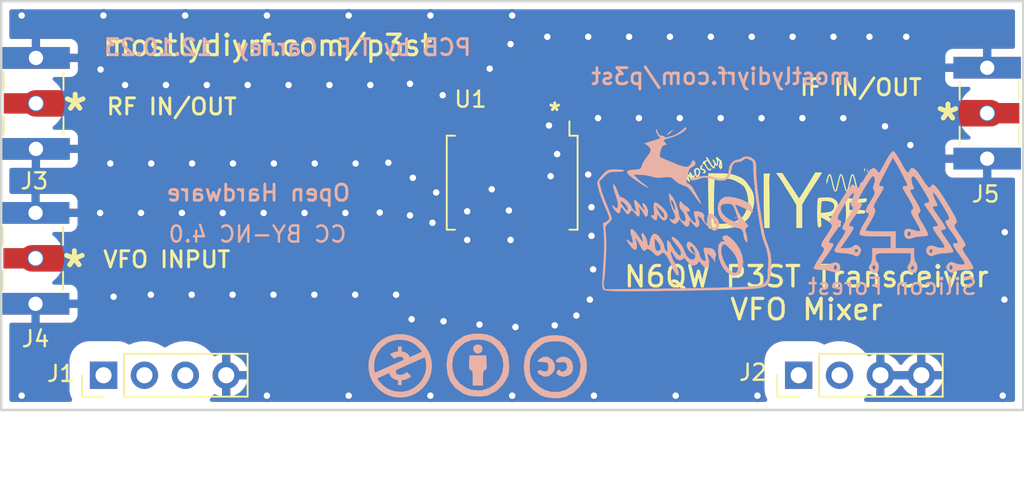
<source format=kicad_pcb>
(kicad_pcb (version 20221018) (generator pcbnew)
  (layers (0 "F.Cu" signal) (31 "B.Cu" signal) (34 "B.Paste" user) (35 "F.Paste" user) (36 "B.SilkS" user "B.Silkscreen") (37 "F.SilkS" user "F.Silkscreen") (38 "B.Mask" user) (39 "F.Mask" user) (44 "Edge.Cuts" user))
  (net 0 "")
  (net 3 "GND")
  (net 7 "Net-(J3-Pad1)")
  (net 8 "Net-(J4-Pad1)")
  (net 9 "Net-(J5-Pad1)")
  (footprint "K7TFC:SMA_EdgeMount_0.062_Samtec_wHoles" (layer "F.Cu") (at 117.9322 75.438 -90)
    (fp_text reference "J4" (at 5.0038 0 180) (layer "F.SilkS"))
    (fp_text value "Conn_01x02" hide)
    (pad "1" thru_hole circle (at 0 0 270) (size 1.016 1.016) (drill 0.889) (layers "F&B.Cu" "*.Mask") (net 8 "Net-(J4-Pad1)"))
    (pad "1" smd rect (at 0 0.2 270) (size 1.27 3.6) (layers "F.Cu" "F.Paste" "F.Mask") (net 8 "Net-(J4-Pad1)"))
    (pad "2" thru_hole circle (at -2.825 0 270) (size 1.016 1.016) (drill 0.889) (layers "F&B.Cu" "*.Mask") (net 3 "GND"))
    (pad "2" smd rect (at -2.825 0 270) (size 1.35 4.2) (layers "F.Cu" "F.Paste" "F.Mask") (net 3 "GND"))
    (pad "2" smd rect (at -2.825 0 270) (size 1.35 4.2) (layers "B.Cu" "B.Paste" "B.Mask") (net 3 "GND"))
    (pad "2" thru_hole circle (at 2.825 0 270) (size 1.016 1.016) (drill 0.889) (layers "F&B.Cu" "*.Mask") (net 3 "GND"))
    (pad "2" smd rect (at 2.825 0 270) (size 1.35 4.2) (layers "F.Cu" "F.Paste" "F.Mask") (net 3 "GND"))
    (pad "2" smd rect (at 2.825 0 270) (size 1.35 4.2) (layers "B.Cu" "B.Paste" "B.Mask") (net 3 "GND"))
  )
  (footprint "Graphics:portland_logo_11mm" (layer "F.Cu") (at 157.5308 72.9234)
    (fp_text reference "G***" hide)
    (fp_text value "LOGO" hide)
  )
  (footprint "Graphics:diyrf_12mm" (layer "F.Cu") (at 164.0078 71.2978)
    (fp_text reference "G***" hide)
    (fp_text value "LOGO" hide)
  )
  (footprint "Connector_PinHeader_2.54mm:PinHeader_1x04_P2.54mm_Vertical" (layer "F.Cu") (at 122.1586 82.7024 90)
    (fp_text reference "J1" (at 0.1016 -2.6516 180) (layer "F.SilkS"))
    (fp_text value "Conn_01x04_Male")
    (pad "1" thru_hole rect (at 0 0 90) (size 1.7 1.7) (drill 1) (layers "F&B.Cu" "*.Mask"))
    (pad "2" thru_hole oval (at 0 2.54 90) (size 1.7 1.7) (drill 1) (layers "F&B.Cu" "*.Mask"))
    (pad "3" thru_hole oval (at 0 5.08 90) (size 1.7 1.7) (drill 1) (layers "F&B.Cu" "*.Mask"))
    (pad "4" thru_hole oval (at 0 7.62 90) (size 1.7 1.7) (drill 1) (layers "F&B.Cu" "*.Mask") (net 3 "GND"))
  )
  (footprint "K7TFC:SMA_EdgeMount_0.062_Samtec_wHoles" (layer "F.Cu") (at 117.9576 65.8114 -90)
    (fp_text reference "J3" (at 4.826 0.1016 180) (layer "F.SilkS"))
    (fp_text value "Conn_01x02" hide)
    (pad "1" thru_hole circle (at 0 0 270) (size 1.016 1.016) (drill 0.889) (layers "F&B.Cu" "*.Mask") (net 7 "Net-(J3-Pad1)"))
    (pad "1" smd rect (at 0 0.2 270) (size 1.27 3.6) (layers "F.Cu" "F.Paste" "F.Mask") (net 7 "Net-(J3-Pad1)"))
    (pad "2" thru_hole circle (at -2.825 0 270) (size 1.016 1.016) (drill 0.889) (layers "F&B.Cu" "*.Mask") (net 3 "GND"))
    (pad "2" smd rect (at -2.825 0 270) (size 1.35 4.2) (layers "F.Cu" "F.Paste" "F.Mask") (net 3 "GND"))
    (pad "2" smd rect (at -2.825 0 270) (size 1.35 4.2) (layers "B.Cu" "B.Paste" "B.Mask") (net 3 "GND"))
    (pad "2" thru_hole circle (at 2.825 0 270) (size 1.016 1.016) (drill 0.889) (layers "F&B.Cu" "*.Mask") (net 3 "GND"))
    (pad "2" smd rect (at 2.825 0 270) (size 1.35 4.2) (layers "F.Cu" "F.Paste" "F.Mask") (net 3 "GND"))
    (pad "2" smd rect (at 2.825 0 270) (size 1.35 4.2) (layers "B.Cu" "B.Paste" "B.Mask") (net 3 "GND"))
  )
  (footprint "K7TFC:Mini-Circuits_ADE-1_CD636" (layer "F.Cu") (at 147.5486 70.739 -90)
    (fp_text reference "U1" (at -5.1816 2.5908 180) (layer "F.SilkS"))
    (fp_text value "ADE-1")
    (pad "1" smd rect (at -2.7305 -2.54 270) (size 2.921 1.65) (layers "F.Cu" "F.Paste" "F.Mask") (net 3 "GND"))
    (pad "2" smd rect (at -2.54 0 270) (size 2.54 1.65) (layers "F.Cu" "F.Paste" "F.Mask") (net 9 "Net-(J5-Pad1)"))
    (pad "3" smd rect (at -2.54 2.54 270) (size 2.54 1.65) (layers "F.Cu" "F.Paste" "F.Mask") (net 7 "Net-(J3-Pad1)"))
    (pad "4" smd rect (at 2.7305 2.54 270) (size 2.921 1.65) (layers "F.Cu" "F.Paste" "F.Mask") (net 3 "GND"))
    (pad "5" smd rect (at 2.7305 0 270) (size 2.921 1.65) (layers "F.Cu" "F.Paste" "F.Mask") (net 3 "GND"))
    (pad "6" smd rect (at 2.54 -2.54 270) (size 2.54 1.65) (layers "F.Cu" "F.Paste" "F.Mask") (net 8 "Net-(J4-Pad1)"))
  )
  (footprint "K7TFC:SMA_EdgeMount_0.062_Samtec_wHoles" (layer "F.Cu") (at 177.0634 66.421 90)
    (fp_text reference "J5" (at -5.0292 -0.1016 180) (layer "F.SilkS"))
    (fp_text value "Conn_01x02" hide)
    (pad "1" thru_hole circle (at 0 0 90) (size 1.016 1.016) (drill 0.889) (layers "F&B.Cu" "*.Mask") (net 9 "Net-(J5-Pad1)"))
    (pad "1" smd rect (at 0 0.2 90) (size 1.27 3.6) (layers "F.Cu" "F.Paste" "F.Mask") (net 9 "Net-(J5-Pad1)"))
    (pad "2" thru_hole circle (at -2.825 0 90) (size 1.016 1.016) (drill 0.889) (layers "F&B.Cu" "*.Mask") (net 3 "GND"))
    (pad "2" smd rect (at -2.825 0 90) (size 1.35 4.2) (layers "F.Cu" "F.Paste" "F.Mask") (net 3 "GND"))
    (pad "2" smd rect (at -2.825 0 90) (size 1.35 4.2) (layers "B.Cu" "B.Paste" "B.Mask") (net 3 "GND"))
    (pad "2" thru_hole circle (at 2.825 0 90) (size 1.016 1.016) (drill 0.889) (layers "F&B.Cu" "*.Mask") (net 3 "GND"))
    (pad "2" smd rect (at 2.825 0 90) (size 1.35 4.2) (layers "F.Cu" "F.Paste" "F.Mask") (net 3 "GND"))
    (pad "2" smd rect (at 2.825 0 90) (size 1.35 4.2) (layers "B.Cu" "B.Paste" "B.Mask") (net 3 "GND"))
  )
  (footprint "Connector_PinHeader_2.54mm:PinHeader_1x04_P2.54mm_Vertical" (layer "F.Cu") (at 165.3486 82.7024 90)
    (fp_text reference "J2" (at 0.1778 -2.8394 180) (layer "F.SilkS"))
    (fp_text value "Conn_01x04_Male")
    (pad "1" thru_hole rect (at 0 0 90) (size 1.7 1.7) (drill 1) (layers "F&B.Cu" "*.Mask"))
    (pad "2" thru_hole oval (at 0 2.54 90) (size 1.7 1.7) (drill 1) (layers "F&B.Cu" "*.Mask"))
    (pad "3" thru_hole oval (at 0 5.08 90) (size 1.7 1.7) (drill 1) (layers "F&B.Cu" "*.Mask") (net 3 "GND"))
    (pad "4" thru_hole oval (at 0 7.62 90) (size 1.7 1.7) (drill 1) (layers "F&B.Cu" "*.Mask") (net 3 "GND"))
  )
  (footprint "Graphics:cc_logo_4mm" (layer "B.Cu") (at 150.2156 82.169 180)
    (fp_text reference "G***" hide)
    (fp_text value "LOGO" hide)
  )
  (footprint "Graphics:cc_by_4mm" (layer "B.Cu") (at 145.415 82.0674 180)
    (fp_text reference "G***" hide)
    (fp_text value "LOGO" hide)
  )
  (footprint "Graphics:silicon-forest_10mm" (layer "B.Cu") (at 171.2722 73.66 180)
    (fp_text reference "G***" hide)
    (fp_text value "LOGO" hide)
    (fp_text user "Silicon Forest" (at 0.1016 -3.5306 unlocked) (layer "B.SilkS") (effects (justify mirror)))
  )
  (footprint "Graphics:cc_logo_no_commercial" (layer "B.Cu") (at 140.589 82.1182 180)
    (fp_text reference "G***" hide)
    (fp_text value "LOGO" hide)
  )
  (gr_rect (start 115.7986 59.4614) (end 179.2986 84.8614) (stroke (width 0.15)) (fill none) (layer "Edge.Cuts"))
  (gr_text "Open Hardware" (at 131.7752 71.374) (layer "B.SilkS") (effects (font (size 1 1) (thickness 0.1778)) (justify mirror)))
  (gr_text "CC BY-NC 4.0" (at 131.7244 73.9394) (layer "B.SilkS") (effects (font (size 1 1)) (justify mirror)))
  (gr_text "mostlydiyrf.com/p3st" (at 160.528 64.135) (layer "B.SilkS") (effects (font (size 1 1) (thickness 0.1778)) (justify mirror)))
  (gr_text "PCB by T.F. Carney  12.10.23\n" (at 133.604 62.3316) (layer "B.SilkS") (effects (font (size 1 1) (thickness 0.1778)) (justify mirror)))
  (gr_text "*" (at 120.3452 76.073) (layer "F.SilkS") (effects (font (size 2.032 2.032) (thickness 0.3048))))
  (gr_text "VFO INPUT" (at 126.0856 75.5142) (layer "F.SilkS") (effects (font (size 1 1) (thickness 0.1778))))
  (gr_text "*" (at 174.625 66.9544) (layer "F.SilkS") (effects (font (size 2.032 2.032) (thickness 0.3048))))
  (gr_text "RF IN/OUT" (at 126.3904 66.0146) (layer "F.SilkS") (effects (font (size 1 1) (thickness 0.180594))))
  (gr_text "*" (at 150.1902 66.3194) (layer "F.SilkS") (effects (font (size 1 1) (thickness 0.1778))))
  (gr_text "mostlydiyrf.com/p3st" (at 132.3594 62.2046) (layer "F.SilkS") (effects (font (size 1.27 1.27) (thickness 0.2032))))
  (gr_text "*" (at 120.396 66.3448) (layer "F.SilkS") (effects (font (size 2.032 2.032) (thickness 0.3048))))
  (gr_text "IF IN/OUT" (at 169.2148 64.8208) (layer "F.SilkS") (effects (font (size 1 1) (thickness 0.1778))))
  (gr_text "N6QW P3ST Transceiver\nVFO Mixer" (at 165.8366 77.597) (layer "F.SilkS") (effects (font (size 1.27 1.27) (thickness 0.2032))))
  (via (at 141.3002 79.2226) (size 0.8) (drill 0.4) (layers "F.Cu" "B.Cu") (net 3))
  (via (at 154.813 61.6712) (size 0.8) (drill 0.4) (layers "F.Cu" "B.Cu") (net 3))
  (via (at 140.335 77.6986) (size 0.8) (drill 0.4) (layers "F.Cu" "B.Cu") (net 3))
  (via (at 125.1204 69.5452) (size 0.8) (drill 0.4) (layers "F.Cu" "B.Cu") (net 3))
  (via (at 150.3426 68.961) (size 0.8) (drill 0.4) (layers "F.Cu" "B.Cu") (net 3))
  (via (at 124.4854 72.6186) (size 0.8) (drill 0.4) (layers "F.Cu" "B.Cu") (net 3))
  (via (at 137.3886 83.9724) (size 0.8) (drill 0.4) (layers "F.Cu" "B.Cu") (net 3))
  (via (at 144.7546 74.295) (size 0.8) (drill 0.4) (layers "F.Cu" "B.Cu") (net 3))
  (via (at 135.2804 69.5452) (size 0.8) (drill 0.4) (layers "F.Cu" "B.Cu") (net 3))
  (via (at 142.8242 71.3486) (size 0.8) (drill 0.4) (layers "F.Cu" "B.Cu") (net 3))
  (via (at 141.3764 70.4342) (size 0.8) (drill 0.4) (layers "F.Cu" "B.Cu") (net 3))
  (via (at 131.1148 64.6684) (size 0.8) (drill 0.4) (layers "F.Cu" "B.Cu") (net 3))
  (via (at 133.6548 64.6684) (size 0.8) (drill 0.4) (layers "F.Cu" "B.Cu") (net 3))
  (via (at 141.1986 64.5922) (size 0.8) (drill 0.4) (layers "F.Cu" "B.Cu") (net 3))
  (via (at 137.8204 69.5452) (size 0.8) (drill 0.4) (layers "F.Cu" "B.Cu") (net 3))
  (via (at 152.6286 83.9724) (size 0.8) (drill 0.4) (layers "F.Cu" "B.Cu") (net 3))
  (via (at 143.2306 65.3034) (size 0.8) (drill 0.4) (layers "F.Cu" "B.Cu") (net 3))
  (via (at 121.9708 63.7032) (size 0.8) (drill 0.4) (layers "F.Cu" "B.Cu") (net 3))
  (via (at 129.5654 72.6186) (size 0.8) (drill 0.4) (layers "F.Cu" "B.Cu") (net 3))
  (via (at 150.1902 79.6036) (size 0.8) (drill 0.4) (layers "F.Cu" "B.Cu") (net 3))
  (via (at 170.7134 67.2338) (size 0.8) (drill 0.4) (layers "F.Cu" "B.Cu") (net 3))
  (via (at 168.1226 66.7258) (size 0.8) (drill 0.4) (layers "F.Cu" "B.Cu") (net 3))
  (via (at 169.7482 61.6712) (size 0.8) (drill 0.4) (layers "F.Cu" "B.Cu") (net 3))
  (via (at 125.095 77.6986) (size 0.8) (drill 0.4) (layers "F.Cu" "B.Cu") (net 3))
  (via (at 147.5486 83.9724) (size 0.8) (drill 0.4) (layers "F.Cu" "B.Cu") (net 3))
  (via (at 132.3086 83.9724) (size 0.8) (drill 0.4) (layers "F.Cu" "B.Cu") (net 3))
  (via (at 128.5748 64.6684) (size 0.8) (drill 0.4) (layers "F.Cu" "B.Cu") (net 3))
  (via (at 137.3886 60.3504) (size 0.8) (drill 0.4) (layers "F.Cu" "B.Cu") (net 3))
  (via (at 137.1854 72.6186) (size 0.8) (drill 0.4) (layers "F.Cu" "B.Cu") (net 3))
  (via (at 152.4762 72.263) (size 0.8) (drill 0.4) (layers "F.Cu" "B.Cu") (net 3))
  (via (at 141.1986 72.771) (size 0.8) (drill 0.4) (layers "F.Cu" "B.Cu") (net 3))
  (via (at 142.4686 83.9724) (size 0.8) (drill 0.4) (layers "F.Cu" "B.Cu") (net 3))
  (via (at 152.8826 66.7258) (size 0.8) (drill 0.4) (layers "F.Cu" "B.Cu") (net 3))
  (via (at 178.1556 73.8124) (size 0.8) (drill 0.4) (layers "F.Cu" "B.Cu") (net 3))
  (via (at 147.447 74.295) (size 0.8) (drill 0.4) (layers "F.Cu" "B.Cu") (net 3))
  (via (at 117.0686 83.9724) (size 0.8) (drill 0.4) (layers "F.Cu" "B.Cu") (net 3))
  (via (at 138.7348 64.6684) (size 0.8) (drill 0.4) (layers "F.Cu" "B.Cu") (net 3))
  (via (at 132.3086 60.3504) (size 0.8) (drill 0.4) (layers "F.Cu" "B.Cu") (net 3))
  (via (at 157.7086 83.9724) (size 0.8) (drill 0.4) (layers "F.Cu" "B.Cu") (net 3))
  (via (at 145.5166 79.5528) (size 0.8) (drill 0.4) (layers "F.Cu" "B.Cu") (net 3))
  (via (at 127.635 77.6986) (size 0.8) (drill 0.4) (layers "F.Cu" "B.Cu") (net 3))
  (via (at 147.447 62.1284) (size 0.8) (drill 0.4) (layers "F.Cu" "B.Cu") (net 3))
  (via (at 164.973 61.6712) (size 0.8) (drill 0.4) (layers "F.Cu" "B.Cu") (net 3))
  (via (at 163.0426 66.7258) (size 0.8) (drill 0.4) (layers "F.Cu" "B.Cu") (net 3))
  (via (at 152.5778 76.1238) (size 0.8) (drill 0.4) (layers "F.Cu" "B.Cu") (net 3))
  (via (at 152.3746 78.0034) (size 0.8) (drill 0.4) (layers "F.Cu" "B.Cu") (net 3))
  (via (at 149.9362 70.3326) (size 0.8) (drill 0.4) (layers "F.Cu" "B.Cu") (net 3))
  (via (at 149.8346 67.183) (size 0.8) (drill 0.4) (layers "F.Cu" "B.Cu") (net 3))
  (via (at 155.4226 66.7258) (size 0.8) (drill 0.4) (layers "F.Cu" "B.Cu") (net 3))
  (via (at 146.1516 63.6524) (size 0.8) (drill 0.4) (layers "F.Cu" "B.Cu") (net 3))
  (via (at 160.5026 66.7258) (size 0.8) (drill 0.4) (layers "F.Cu" "B.Cu") (net 3))
  (via (at 162.7886 83.9724) (size 0.8) (drill 0.4) (layers "F.Cu" "B.Cu") (net 3))
  (via (at 147.7518 79.7052) (size 0.8) (drill 0.4) (layers "F.Cu" "B.Cu") (net 3))
  (via (at 152.273 70.231) (size 0.8) (drill 0.4) (layers "F.Cu" "B.Cu") (net 3))
  (via (at 157.9626 66.7258) (size 0.8) (drill 0.4) (layers "F.Cu" "B.Cu") (net 3))
  (via (at 135.255 77.6986) (size 0.8) (drill 0.4) (layers "F.Cu" "B.Cu") (net 3))
  (via (at 147.5486 60.3504) (size 0.8) (drill 0.4) (layers "F.Cu" "B.Cu") (net 3))
  (via (at 159.893 61.6712) (size 0.8) (drill 0.4) (layers "F.Cu" "B.Cu") (net 3))
  (via (at 149.733 61.6712) (size 0.8) (drill 0.4) (layers "F.Cu" "B.Cu") (net 3))
  (via (at 132.715 77.6986) (size 0.8) (drill 0.4) (layers "F.Cu" "B.Cu") (net 3))
  (via (at 127.2286 60.3504) (size 0.8) (drill 0.4) (layers "F.Cu" "B.Cu") (net 3))
  (via (at 172.0342 61.6712) (size 0.8) (drill 0.4) (layers "F.Cu" "B.Cu") (net 3))
  (via (at 122.5804 69.5452) (size 0.8) (drill 0.4) (layers "F.Cu" "B.Cu") (net 3))
  (via (at 130.2004 69.5452) (size 0.8) (drill 0.4) (layers "F.Cu" "B.Cu") (net 3))
  (via (at 122.7836 77.8256) (size 0.8) (drill 0.4) (layers "F.Cu" "B.Cu") (net 3))
  (via (at 142.5956 73.2282) (size 0.8) (drill 0.4) (layers "F.Cu" "B.Cu") (net 3))
  (via (at 152.273 61.6712) (size 0.8) (drill 0.4) (layers "F.Cu" "B.Cu") (net 3))
  (via (at 162.433 61.6712) (size 0.8) (drill 0.4) (layers "F.Cu" "B.Cu") (net 3))
  (via (at 165.5826 66.7258) (size 0.8) (drill 0.4) (layers "F.Cu" "B.Cu") (net 3))
  (via (at 139.319 72.5932) (size 0.8) (drill 0.4) (layers "F.Cu" "B.Cu") (net 3))
  (via (at 136.1948 64.6684) (size 0.8) (drill 0.4) (layers "F.Cu" "B.Cu") (net 3))
  (via (at 139.8524 69.4944) (size 0.8) (drill 0.4) (layers "F.Cu" "B.Cu") (net 3))
  (via (at 127.6604 69.5452) (size 0.8) (drill 0.4) (layers "F.Cu" "B.Cu") (net 3))
  (via (at 144.7546 72.517) (size 0.8) (drill 0.4) (layers "F.Cu" "B.Cu") (net 3))
  (via (at 134.6454 72.6186) (size 0.8) (drill 0.4) (layers "F.Cu" "B.Cu") (net 3))
  (via (at 117.0686 60.3504) (size 0.8) (drill 0.4) (layers "F.Cu" "B.Cu") (net 3))
  (via (at 127.0254 72.6186) (size 0.8) (drill 0.4) (layers "F.Cu" "B.Cu") (net 3))
  (via (at 122.1486 60.3504) (size 0.8) (drill 0.4) (layers "F.Cu" "B.Cu") (net 3))
  (via (at 167.513 61.6712) (size 0.8) (drill 0.4) (layers "F.Cu" "B.Cu") (net 3))
  (via (at 146.2786 71.1454) (size 0.8) (drill 0.4) (layers "F.Cu" "B.Cu") (net 3))
  (via (at 157.353 61.6712) (size 0.8) (drill 0.4) (layers "F.Cu" "B.Cu") (net 3))
  (via (at 143.2814 79.3496) (size 0.8) (drill 0.4) (layers "F.Cu" "B.Cu") (net 3))
  (via (at 152.4762 74.041) (size 0.8) (drill 0.4) (layers "F.Cu" "B.Cu") (net 3))
  (via (at 137.795 77.6986) (size 0.8) (drill 0.4) (layers "F.Cu" "B.Cu") (net 3))
  (via (at 178.0286 83.9724) (size 0.8) (drill 0.4) (layers "F.Cu" "B.Cu") (net 3))
  (via (at 151.5364 78.994) (size 0.8) (drill 0.4) (layers "F.Cu" "B.Cu") (net 3))
  (via (at 147.3454 72.4662) (size 0.8) (drill 0.4) (layers "F.Cu" "B.Cu") (net 3))
  (via (at 126.0348 64.6684) (size 0.8) (drill 0.4) (layers "F.Cu" "B.Cu") (net 3))
  (via (at 178.1302 78.0034) (size 0.8) (drill 0.4) (layers "F.Cu" "B.Cu") (net 3))
  (via (at 130.175 77.6986) (size 0.8) (drill 0.4) (layers "F.Cu" "B.Cu") (net 3))
  (via (at 142.4686 60.3504) (size 0.8) (drill 0.4) (layers "F.Cu" "B.Cu") (net 3))
  (via (at 132.7404 69.5452) (size 0.8) (drill 0.4) (layers "F.Cu" "B.Cu") (net 3))
  (via (at 172.2882 68.4022) (size 0.8) (drill 0.4) (layers "F.Cu" "B.Cu") (net 3))
  (via (at 132.1054 72.6186) (size 0.8) (drill 0.4) (layers "F.Cu" "B.Cu") (net 3))
  (via (at 123.4948 64.6684) (size 0.8) (drill 0.4) (layers "F.Cu" "B.Cu") (net 3))
  (via (at 121.9454 72.6186) (size 0.8) (drill 0.4) (layers "F.Cu" "B.Cu") (net 3))
  (segment (start 122.1531 67.0814) (end 120.8831 65.8114) (width 1.651) (layer "F.Cu") (net 7))
  (segment (start 145.0086 68.199) (end 142.5702 68.199) (width 1.651) (layer "F.Cu") (net 7))
  (segment (start 141.4526 67.0814) (end 122.1531 67.0814) (width 1.651) (layer "F.Cu") (net 7))
  (segment (start 142.5702 68.199) (end 141.4526 67.0814) (width 1.651) (layer "F.Cu") (net 7))
  (segment (start 120.8831 65.8114) (end 117.9576 65.8114) (width 1.651) (layer "F.Cu") (net 7))
  (segment (start 117.7322 75.438) (end 123.82643 75.438) (width 1.651) (layer "F.Cu") (net 8))
  (segment (start 149.9611 77.0255) (end 150.2151 76.7715) (width 1.651) (layer "F.Cu") (net 8))
  (segment (start 123.82643 75.438) (end 124.06133 75.2031) (width 1.651) (layer "F.Cu") (net 8))
  (segment (start 141.36867 75.2031) (end 143.19107 77.0255) (width 1.651) (layer "F.Cu") (net 8))
  (segment (start 150.2151 76.7715) (end 150.2151 73.279) (width 1.651) (layer "F.Cu") (net 8))
  (segment (start 143.19107 77.0255) (end 149.9611 77.0255) (width 1.651) (layer "F.Cu") (net 8))
  (segment (start 124.06133 75.2031) (end 141.36867 75.2031) (width 1.651) (layer "F.Cu") (net 8))
  (segment (start 147.5486 68.199) (end 147.5486 65.5066) (width 1.651) (layer "F.Cu") (net 9))
  (segment (start 147.5486 65.5066) (end 148.8694 64.1858) (width 1.651) (layer "F.Cu") (net 9))
  (segment (start 177.2634 66.421) (end 173.8124 66.421) (width 1.651) (layer "F.Cu") (net 9))
  (segment (start 171.5772 64.1858) (end 148.8694 64.1858) (width 1.651) (layer "F.Cu") (net 9))
  (segment (start 173.8124 66.421) (end 171.5772 64.1858) (width 1.651) (layer "F.Cu") (net 9))
  (zone (net 3) (net_name "GND") (layers "F&B.Cu") (connect_pads (clearance 0.508)) (min_thickness 0.254) (fill yes (thermal_gap 0.508) (thermal_bridge_width 0.508))
    (polygon (pts (xy 179.1716 84.7344) (xy 115.9256 84.7344) (xy 115.9256 59.5884) (xy 179.1716 59.5884)))
  )
)
</source>
